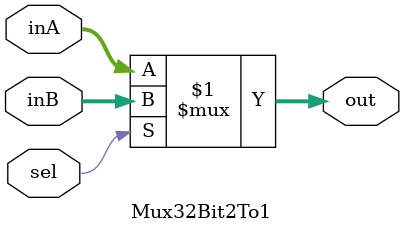
<source format=v>
`timescale 1ns / 1ps


module Mux32Bit2To1(out, inA, inB, sel);

    output [31:0] out;
    
    input [31:0] inA;
    input [31:0] inB;
    input sel;
    
    // TRUTH TABLE //

    // Sel |  Out  //

    //  0  |  inA  //
    //  1  |  inB  //

    assign out = sel ? inB:inA;
    /*
    always@(sel)
        if(sel) out <= inB;
        else    out<=inA;
    end*/

endmodule

</source>
